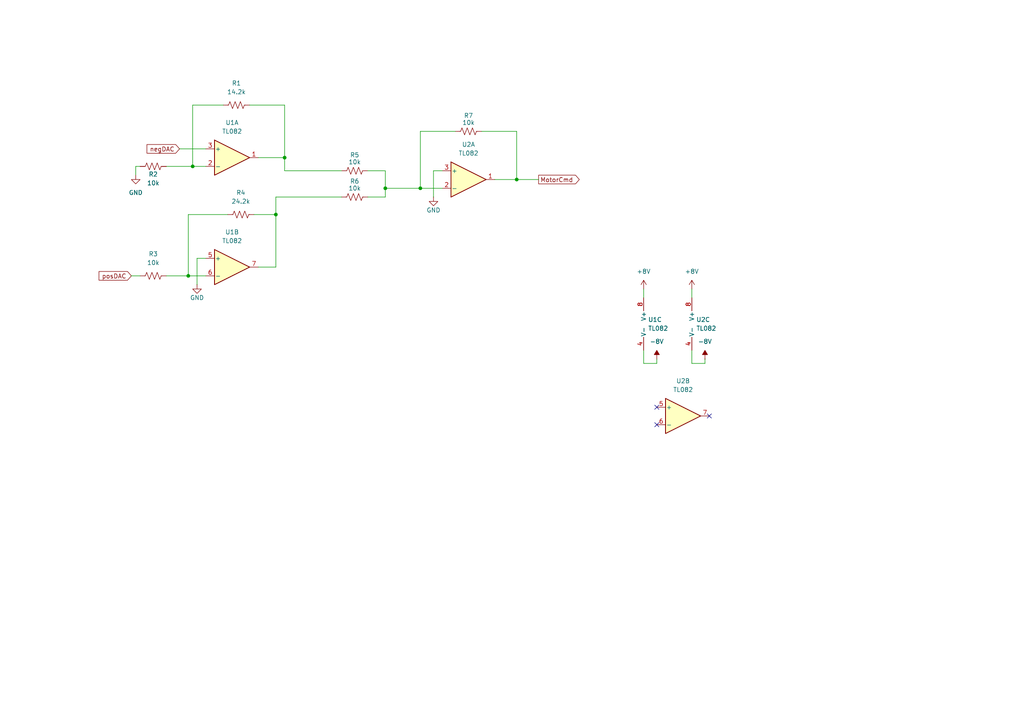
<source format=kicad_sch>
(kicad_sch (version 20250114) (generator "eeschema") (generator_version "9.0")
  (paper "A4")
  (lib_symbols
    (symbol "Amplifier_Operational:TL082" (pin_names (offset 0.127))
      (property "Reference" "U" (at 0 5.08 0))
      (property "Value" "TL082" (at 0 -5.08 0))
      (symbol "TL082_1_1"
        (polyline (pts (xy -5.08 5.08) (xy 5.08 0) (xy -5.08 -5.08) (xy -5.08 5.08)) (stroke (width 0.254)) (fill (type background)))
        (pin input line (at -7.62 2.54 0) (length 2.54) (name "+") (number "3"))
        (pin input line (at -7.62 -2.54 0) (length 2.54) (name "-") (number "2"))
        (pin output line (at 7.62 0 180) (length 2.54) (name "~") (number "1"))
      )
      (symbol "TL082_2_1"
        (polyline (pts (xy -5.08 5.08) (xy 5.08 0) (xy -5.08 -5.08) (xy -5.08 5.08)) (stroke (width 0.254)) (fill (type background)))
        (pin input line (at -7.62 2.54 0) (length 2.54) (name "+") (number "5"))
        (pin input line (at -7.62 -2.54 0) (length 2.54) (name "-") (number "6"))
        (pin output line (at 7.62 0 180) (length 2.54) (name "~") (number "7"))
      )
      (symbol "TL082_3_1"
        (pin power_in line (at -2.54 7.62 270) (length 3.81) (name "V+") (number "8"))
        (pin power_in line (at -2.54 -7.62 90) (length 3.81) (name "V-") (number "4"))
      )
    )
    (symbol "Device:R_US" (pin_numbers (hide yes)) (pin_names (offset 0))
      (property "Reference" "R" (at 2.54 0 90))
      (property "Value" "R_US" (at -2.54 0 90))
      (symbol "R_US_0_1"
        (polyline (pts (xy 0 2.286) (xy 0 2.54)))
        (polyline (pts (xy 0 2.286) (xy 1.016 1.905) (xy 0 1.524) (xy -1.016 1.143) (xy 0 0.762)))
        (polyline (pts (xy 0 0.762) (xy 1.016 0.381) (xy 0 0) (xy -1.016 -0.381) (xy 0 -0.762)))
        (polyline (pts (xy 0 -0.762) (xy 1.016 -1.143) (xy 0 -1.524) (xy -1.016 -1.905) (xy 0 -2.286)))
        (polyline (pts (xy 0 -2.286) (xy 0 -2.54)))
      )
      (symbol "R_US_1_1"
        (pin passive line (at 0 3.81 270) (length 1.27) (name "~") (number "1"))
        (pin passive line (at 0 -3.81 90) (length 1.27) (name "~") (number "2"))
      )
    )
    (symbol "power:+8V" (power) (pin_numbers (hide yes)) (pin_names (offset 0) (hide yes))
      (property "Value" "+8V" (at 0 3.556 0))
      (symbol "+8V_0_1"
        (polyline (pts (xy -0.762 1.27) (xy 0 2.54)))
        (polyline (pts (xy 0 2.54) (xy 0.762 1.27)))
        (polyline (pts (xy 0 0) (xy 0 2.54)))
      )
      (symbol "+8V_1_1"
        (pin power_in line (at 0 0 90) (length 0) (name "~") (number "1"))
      )
    )
    (symbol "power:-8V" (power) (pin_numbers (hide yes)) (pin_names (offset 0) (hide yes))
      (property "Value" "-8V" (at 0 3.556 0))
      (symbol "-8V_0_0"
        (pin power_in line (at 0 0 90) (length 0) (name "~") (number "1"))
      )
      (symbol "-8V_0_1"
        (polyline (pts (xy 0 0) (xy 0 1.27) (xy 0.762 1.27) (xy 0 2.54) (xy -0.762 1.27) (xy 0 1.27)) (fill (type outline)))
      )
    )
    (symbol "power:GND" (power) (pin_numbers (hide yes)) (pin_names (offset 0) (hide yes))
      (property "Value" "GND" (at 0 -3.81 0))
      (symbol "GND_0_1"
        (polyline (pts (xy 0 0) (xy 0 -1.27) (xy 1.27 -1.27) (xy 0 -2.54) (xy -1.27 -1.27) (xy 0 -1.27)))
      )
      (symbol "GND_1_1"
        (pin power_in line (at 0 0 270) (length 0) (name "~") (number "1"))
      )
    )
  )
  (junction (at 54.61 80.01))
  (junction (at 149.86 52.07))
  (junction (at 80.01 62.23))
  (junction (at 55.88 48.26))
  (junction (at 82.55 45.72))
  (junction (at 121.92 54.61))
  (junction (at 111.76 54.61))
  (no_connect (at 190.5 118.11))
  (no_connect (at 205.74 120.65))
  (no_connect (at 190.5 123.19))
  (wire (pts (xy 111.76 49.53) (xy 111.76 54.61)))
  (wire (pts (xy 48.26 48.26) (xy 55.88 48.26)))
  (wire (pts (xy 125.73 49.53) (xy 128.27 49.53)))
  (wire (pts (xy 80.01 77.47) (xy 74.93 77.47)))
  (wire (pts (xy 39.37 50.8) (xy 39.37 48.26)))
  (wire (pts (xy 80.01 62.23) (xy 80.01 77.47)))
  (wire (pts (xy 121.92 38.1) (xy 121.92 54.61)))
  (wire (pts (xy 111.76 57.15) (xy 106.68 57.15)))
  (wire (pts (xy 64.77 30.48) (xy 55.88 30.48)))
  (wire (pts (xy 99.06 49.53) (xy 82.55 49.53)))
  (wire (pts (xy 149.86 38.1) (xy 149.86 52.07)))
  (wire (pts (xy 82.55 30.48) (xy 82.55 45.72)))
  (wire (pts (xy 48.26 80.01) (xy 54.61 80.01)))
  (wire (pts (xy 200.66 101.6) (xy 200.66 105.41)))
  (wire (pts (xy 139.7 38.1) (xy 149.86 38.1)))
  (wire (pts (xy 121.92 54.61) (xy 128.27 54.61)))
  (wire (pts (xy 190.5 105.41) (xy 190.5 104.14)))
  (wire (pts (xy 54.61 62.23) (xy 54.61 80.01)))
  (wire (pts (xy 52.07 43.18) (xy 59.69 43.18)))
  (wire (pts (xy 39.37 48.26) (xy 40.64 48.26)))
  (wire (pts (xy 66.04 62.23) (xy 54.61 62.23)))
  (wire (pts (xy 55.88 30.48) (xy 55.88 48.26)))
  (wire (pts (xy 80.01 57.15) (xy 80.01 62.23)))
  (wire (pts (xy 125.73 57.15) (xy 125.73 49.53)))
  (wire (pts (xy 149.86 52.07) (xy 143.51 52.07)))
  (wire (pts (xy 54.61 80.01) (xy 59.69 80.01)))
  (wire (pts (xy 38.1 80.01) (xy 40.64 80.01)))
  (wire (pts (xy 106.68 49.53) (xy 111.76 49.53)))
  (wire (pts (xy 149.86 52.07) (xy 156.21 52.07)))
  (wire (pts (xy 55.88 48.26) (xy 59.69 48.26)))
  (wire (pts (xy 111.76 54.61) (xy 111.76 57.15)))
  (wire (pts (xy 200.66 83.82) (xy 200.66 86.36)))
  (wire (pts (xy 132.08 38.1) (xy 121.92 38.1)))
  (wire (pts (xy 99.06 57.15) (xy 80.01 57.15)))
  (wire (pts (xy 186.69 83.82) (xy 186.69 86.36)))
  (wire (pts (xy 186.69 101.6) (xy 186.69 105.41)))
  (wire (pts (xy 72.39 30.48) (xy 82.55 30.48)))
  (wire (pts (xy 57.15 74.93) (xy 59.69 74.93)))
  (wire (pts (xy 111.76 54.61) (xy 121.92 54.61)))
  (wire (pts (xy 204.47 105.41) (xy 204.47 104.14)))
  (wire (pts (xy 73.66 62.23) (xy 80.01 62.23)))
  (wire (pts (xy 186.69 105.41) (xy 190.5 105.41)))
  (wire (pts (xy 82.55 45.72) (xy 74.93 45.72)))
  (wire (pts (xy 57.15 82.55) (xy 57.15 74.93)))
  (wire (pts (xy 82.55 49.53) (xy 82.55 45.72)))
  (wire (pts (xy 200.66 105.41) (xy 204.47 105.41)))
  (global_label "posDAC" (shape input) (at 38.1 80.01 180) (property "Intersheetrefs" "${INTERSHEET_REFS}" (effects (hide yes))))
  (global_label "negDAC" (shape input) (at 52.07 43.18 180) (property "Intersheetrefs" "${INTERSHEET_REFS}" (effects (hide yes))))
  (global_label "MotorCmd" (shape output) (at 156.21 52.07 0) (property "Intersheetrefs" "${INTERSHEET_REFS}" (effects (hide yes))))
  (symbol (lib_id "Device:R_US") (at 44.45 80.01 90) (unit 1)
    (property "Reference" "R3" (at 44.45 73.66 90))
    (property "Value" "10k" (at 44.45 76.2 90))
    (property "Description" "Resistor, US symbol" (effects (hide yes)))
  )
  (symbol (lib_id "Device:R_US") (at 44.45 48.26 90) (unit 1)
    (property "Reference" "R2" (at 44.45 50.546 90))
    (property "Value" "10k" (at 44.45 53.086 90))
    (property "Description" "Resistor, US symbol" (effects (hide yes)))
  )
  (symbol (lib_id "Amplifier_Operational:TL082") (at 198.12 120.65 0) (unit 2)
    (property "Reference" "U2" (at 198.12 110.49 0))
    (property "Value" "TL082" (at 198.12 113.03 0))
    (property "Datasheet" "http://www.ti.com/lit/ds/symlink/tl081.pdf" (effects (hide yes)))
    (property "Description" "Dual JFET-Input Operational Amplifiers, DIP-8/SOIC-8/SSOP-8" (effects (hide yes)))
  )
  (symbol (lib_id "Amplifier_Operational:TL082") (at 189.23 93.98 0) (unit 3)
    (property "Reference" "U1" (at 187.96 92.7099 0) (effects (justify left)))
    (property "Value" "TL082" (at 187.96 95.2499 0) (effects (justify left)))
    (property "Datasheet" "http://www.ti.com/lit/ds/symlink/tl081.pdf" (effects (hide yes)))
    (property "Description" "Dual JFET-Input Operational Amplifiers, DIP-8/SOIC-8/SSOP-8" (effects (hide yes)))
  )
  (symbol (lib_id "Device:R_US") (at 68.58 30.48 90) (unit 1)
    (property "Reference" "R1" (at 68.58 24.13 90))
    (property "Value" "14.2k" (at 68.58 26.67 90))
    (property "Description" "Resistor, US symbol" (effects (hide yes)))
  )
  (symbol (lib_id "Device:R_US") (at 102.87 57.15 90) (unit 1)
    (property "Reference" "R6" (at 102.87 52.578 90))
    (property "Value" "10k" (at 102.87 54.61 90))
    (property "Description" "Resistor, US symbol" (effects (hide yes)))
  )
  (symbol (lib_id "power:+8V") (at 200.66 83.82 0) (unit 1)
    (property "Reference" "#PWR05" (effects (hide yes)))
    (property "Value" "+8V" (at 200.66 78.74 0))
    (property "Description" "Power symbol creates a global label with name \"+8V\"" (effects (hide yes)))
  )
  (symbol (lib_id "power:-8V") (at 190.5 104.14 0) (unit 1)
    (property "Reference" "#PWR02" (effects (hide yes)))
    (property "Value" "-8V" (at 190.5 99.06 0))
    (property "Description" "Power symbol creates a global label with name \"-8V\"" (effects (hide yes)))
  )
  (symbol (lib_id "power:-8V") (at 204.47 104.14 0) (unit 1)
    (property "Reference" "#PWR04" (effects (hide yes)))
    (property "Value" "-8V" (at 204.47 99.06 0))
    (property "Description" "Power symbol creates a global label with name \"-8V\"" (effects (hide yes)))
  )
  (symbol (lib_id "power:GND") (at 39.37 50.8 0) (unit 1)
    (property "Reference" "#PWR03" (effects (hide yes)))
    (property "Value" "GND" (at 39.37 55.88 0))
    (property "Description" "Power symbol creates a global label with name \"GND\" , ground" (effects (hide yes)))
  )
  (symbol (lib_id "power:GND") (at 57.15 82.55 0) (unit 1)
    (property "Reference" "#PWR06" (effects (hide yes)))
    (property "Value" "GND" (at 57.15 86.36 0))
    (property "Description" "Power symbol creates a global label with name \"GND\" , ground" (effects (hide yes)))
  )
  (symbol (lib_id "power:GND") (at 125.73 57.15 0) (unit 1)
    (property "Reference" "#PWR07" (effects (hide yes)))
    (property "Value" "GND" (at 125.73 60.96 0))
    (property "Description" "Power symbol creates a global label with name \"GND\" , ground" (effects (hide yes)))
  )
  (symbol (lib_id "Amplifier_Operational:TL082") (at 203.2 93.98 0) (unit 3)
    (property "Reference" "U2" (at 201.93 92.7099 0) (effects (justify left)))
    (property "Value" "TL082" (at 201.93 95.2499 0) (effects (justify left)))
    (property "Datasheet" "http://www.ti.com/lit/ds/symlink/tl081.pdf" (effects (hide yes)))
    (property "Description" "Dual JFET-Input Operational Amplifiers, DIP-8/SOIC-8/SSOP-8" (effects (hide yes)))
  )
  (symbol (lib_id "power:+8V") (at 186.69 83.82 0) (unit 1)
    (property "Reference" "#PWR01" (effects (hide yes)))
    (property "Value" "+8V" (at 186.69 78.74 0))
    (property "Description" "Power symbol creates a global label with name \"+8V\"" (effects (hide yes)))
  )
  (symbol (lib_id "Amplifier_Operational:TL082") (at 67.31 77.47 0) (unit 2)
    (property "Reference" "U1" (at 67.31 67.31 0))
    (property "Value" "TL082" (at 67.31 69.85 0))
    (property "Datasheet" "http://www.ti.com/lit/ds/symlink/tl081.pdf" (effects (hide yes)))
    (property "Description" "Dual JFET-Input Operational Amplifiers, DIP-8/SOIC-8/SSOP-8" (effects (hide yes)))
  )
  (symbol (lib_id "Device:R_US") (at 135.89 38.1 90) (unit 1)
    (property "Reference" "R7" (at 135.89 33.528 90))
    (property "Value" "10k" (at 135.89 35.56 90))
    (property "Description" "Resistor, US symbol" (effects (hide yes)))
  )
  (symbol (lib_id "Amplifier_Operational:TL082") (at 67.31 45.72 0) (unit 1)
    (property "Reference" "U1" (at 67.31 35.56 0))
    (property "Value" "TL082" (at 67.31 38.1 0))
    (property "Datasheet" "http://www.ti.com/lit/ds/symlink/tl081.pdf" (effects (hide yes)))
    (property "Description" "Dual JFET-Input Operational Amplifiers, DIP-8/SOIC-8/SSOP-8" (effects (hide yes)))
  )
  (symbol (lib_id "Amplifier_Operational:TL082") (at 135.89 52.07 0) (unit 1)
    (property "Reference" "U2" (at 135.89 41.91 0))
    (property "Value" "TL082" (at 135.89 44.45 0))
    (property "Datasheet" "http://www.ti.com/lit/ds/symlink/tl081.pdf" (effects (hide yes)))
    (property "Description" "Dual JFET-Input Operational Amplifiers, DIP-8/SOIC-8/SSOP-8" (effects (hide yes)))
  )
  (symbol (lib_id "Device:R_US") (at 102.87 49.53 90) (unit 1)
    (property "Reference" "R5" (at 102.87 44.958 90))
    (property "Value" "10k" (at 102.87 46.99 90))
    (property "Description" "Resistor, US symbol" (effects (hide yes)))
  )
  (symbol (lib_id "Device:R_US") (at 69.85 62.23 90) (unit 1)
    (property "Reference" "R4" (at 69.85 55.88 90))
    (property "Value" "24.2k" (at 69.85 58.42 90))
    (property "Description" "Resistor, US symbol" (effects (hide yes)))
  )
)
</source>
